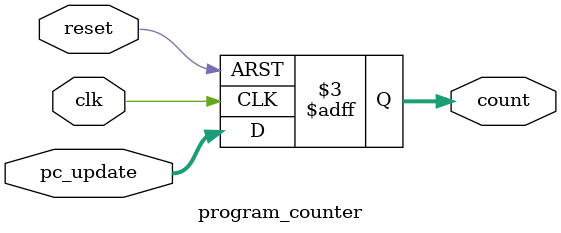
<source format=v>
module program_counter(
input clk,
input reset,
input [31:0] pc_update,
output reg [31:0] count
);

//PC register
always@(posedge clk or negedge reset)
if (!reset) //active low reset
  count <= 0;
else
  count <= pc_update;

endmodule

////Test bench
//module tb_counter;
//// Variables Declaration
//reg clk;
//reg reset;
//wire [31:0] count;

//// DUT instantiation
//program_counter counter_inst(
//.clk(clk),
//.reset(reset),
//.count(count)
//);
////---------------------------------------------------

//// Clock Generation
//initial
//begin

//clk = 0;
//forever
//#5 clk= ~clk;

//end

////Main simulation
//initial
//begin

//reset = 1;
//repeat(5) @(posedge clk);
//  reset <= #1 0;
//@(posedge clk)
//  reset <= #1 1;

//repeat(5) @(posedge clk);
//  reset <= #1 0;

//@(posedge clk)
//  reset <= #1 1;

//repeat(5) @(posedge clk);

//$stop;
//end
//endmodule




</source>
